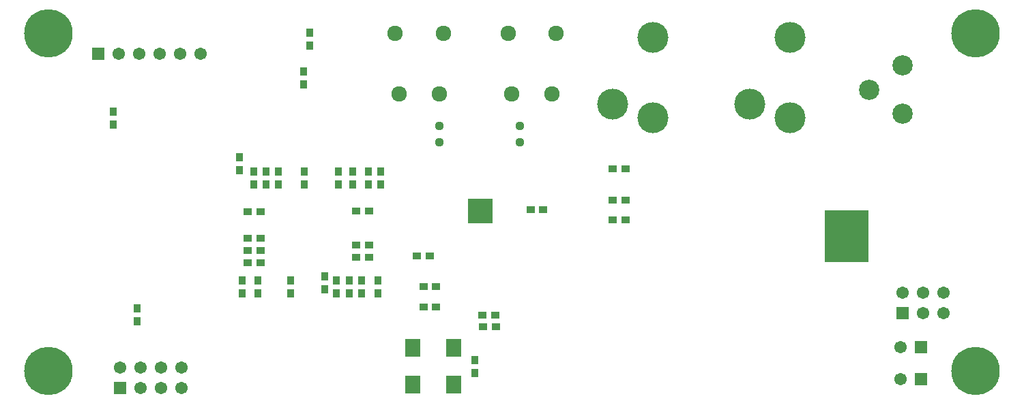
<source format=gbs>
G04 (created by PCBNEW-RS274X (2012-01-19 BZR 3256)-stable) date 2012/07/23 17:39:25*
G01*
G70*
G90*
%MOIN*%
G04 Gerber Fmt 3.4, Leading zero omitted, Abs format*
%FSLAX34Y34*%
G04 APERTURE LIST*
%ADD10C,0.006000*%
%ADD11C,0.150800*%
%ADD12C,0.099200*%
%ADD13R,0.124800X0.124800*%
%ADD14R,0.213300X0.252800*%
%ADD15C,0.237000*%
%ADD16R,0.060800X0.060800*%
%ADD17C,0.060800*%
%ADD18C,0.075600*%
%ADD19C,0.044100*%
%ADD20R,0.071700X0.090800*%
%ADD21R,0.032300X0.040200*%
%ADD22R,0.040200X0.032300*%
G04 APERTURE END LIST*
G54D10*
G54D11*
X31102Y-01772D03*
X31102Y-05709D03*
X29134Y-05020D03*
X37795Y-01772D03*
X37795Y-05709D03*
X35827Y-05020D03*
G54D12*
X43306Y-03149D03*
X41653Y-04331D03*
X43307Y-05512D03*
G54D13*
X22677Y-10273D03*
G54D14*
X40551Y-11496D03*
G54D15*
X46850Y-18110D03*
X46850Y-01575D03*
X01575Y-18110D03*
X01575Y-01575D03*
G54D16*
X03996Y-02559D03*
G54D17*
X04996Y-02559D03*
X05996Y-02559D03*
X06996Y-02559D03*
X07996Y-02559D03*
X08996Y-02559D03*
G54D16*
X44201Y-18504D03*
G54D17*
X43201Y-18504D03*
G54D16*
X44201Y-16929D03*
G54D17*
X43201Y-16929D03*
G54D16*
X43291Y-15264D03*
G54D17*
X43291Y-14264D03*
X44291Y-15264D03*
X44291Y-14264D03*
X45291Y-15264D03*
X45291Y-14264D03*
G54D18*
X20669Y-04528D03*
X18701Y-04528D03*
X18504Y-01576D03*
X20866Y-01576D03*
X26181Y-04528D03*
X24213Y-04528D03*
X24016Y-01576D03*
X26378Y-01576D03*
G54D19*
X24606Y-06102D03*
X24606Y-06890D03*
X20669Y-06102D03*
X20669Y-06890D03*
G54D20*
X19354Y-18774D03*
X21354Y-18774D03*
X21354Y-16974D03*
X19354Y-16974D03*
G54D21*
X22402Y-17559D03*
X22402Y-18189D03*
X11024Y-13661D03*
X11024Y-14291D03*
X13386Y-13661D03*
X13386Y-14291D03*
X05906Y-15669D03*
X05906Y-15039D03*
X17677Y-13661D03*
X17677Y-14291D03*
G54D22*
X11929Y-10315D03*
X11299Y-10315D03*
X16614Y-10276D03*
X17244Y-10276D03*
X11929Y-12795D03*
X11299Y-12795D03*
X22795Y-15945D03*
X23425Y-15945D03*
G54D21*
X04724Y-05394D03*
X04724Y-06024D03*
X15630Y-14291D03*
X15630Y-13661D03*
G54D22*
X25748Y-10197D03*
X25118Y-10197D03*
X29764Y-09724D03*
X29134Y-09724D03*
X23386Y-15354D03*
X22756Y-15354D03*
G54D21*
X14016Y-04055D03*
X14016Y-03425D03*
X14331Y-01535D03*
X14331Y-02165D03*
X11811Y-13661D03*
X11811Y-14291D03*
X10906Y-07638D03*
X10906Y-08268D03*
G54D22*
X11929Y-11614D03*
X11299Y-11614D03*
X20197Y-12480D03*
X19567Y-12480D03*
G54D21*
X14055Y-08976D03*
X14055Y-08346D03*
X16417Y-08976D03*
X16417Y-08346D03*
X17205Y-08976D03*
X17205Y-08346D03*
X17795Y-08976D03*
X17795Y-08346D03*
G54D22*
X16614Y-11929D03*
X17244Y-11929D03*
G54D21*
X12795Y-08976D03*
X12795Y-08346D03*
G54D22*
X11929Y-12205D03*
X11299Y-12205D03*
G54D21*
X15079Y-13465D03*
X15079Y-14095D03*
G54D22*
X16614Y-12520D03*
X17244Y-12520D03*
G54D21*
X15748Y-08976D03*
X15748Y-08346D03*
G54D22*
X29134Y-08189D03*
X29764Y-08189D03*
G54D21*
X11614Y-08976D03*
X11614Y-08346D03*
X16850Y-13661D03*
X16850Y-14291D03*
G54D22*
X29764Y-10709D03*
X29134Y-10709D03*
G54D21*
X16260Y-13661D03*
X16260Y-14291D03*
X12204Y-08976D03*
X12204Y-08346D03*
G54D22*
X20512Y-13976D03*
X19882Y-13976D03*
X20512Y-14961D03*
X19882Y-14961D03*
G54D16*
X05075Y-18925D03*
G54D17*
X05075Y-17925D03*
X06075Y-18925D03*
X06075Y-17925D03*
X07075Y-18925D03*
X07075Y-17925D03*
X08075Y-18925D03*
X08075Y-17925D03*
M02*

</source>
